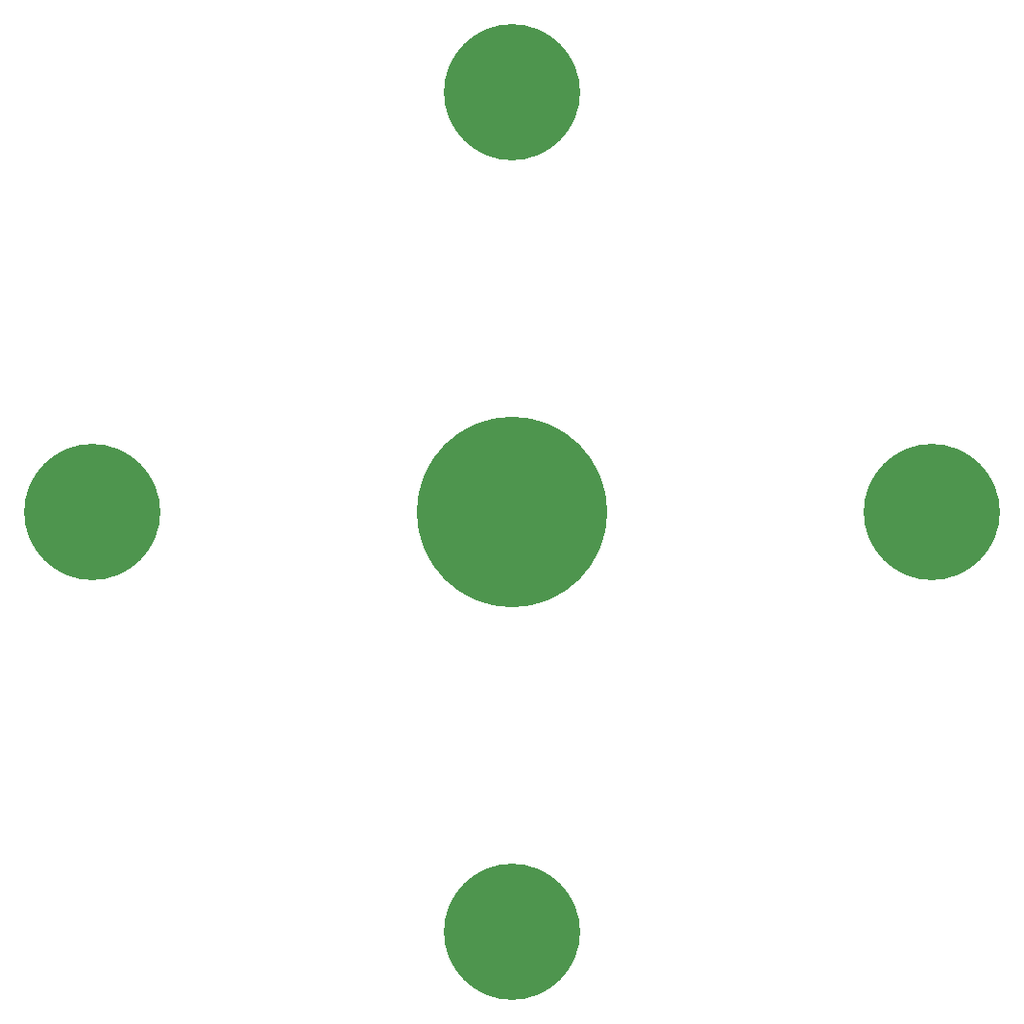
<source format=gbr>
%TF.GenerationSoftware,KiCad,Pcbnew,7.0.5-0*%
%TF.CreationDate,2024-04-09T15:10:57-04:00*%
%TF.ProjectId,quad_sipm,71756164-5f73-4697-906d-2e6b69636164,rev?*%
%TF.SameCoordinates,Original*%
%TF.FileFunction,Soldermask,Bot*%
%TF.FilePolarity,Negative*%
%FSLAX46Y46*%
G04 Gerber Fmt 4.6, Leading zero omitted, Abs format (unit mm)*
G04 Created by KiCad (PCBNEW 7.0.5-0) date 2024-04-09 15:10:57*
%MOMM*%
%LPD*%
G01*
G04 APERTURE LIST*
%ADD10C,16.800000*%
%ADD11C,12.000000*%
G04 APERTURE END LIST*
D10*
%TO.C,H2*%
X100000000Y-100000000D03*
%TD*%
D11*
%TO.C,H3*%
X100000000Y-137000000D03*
%TD*%
%TO.C,H4*%
X137000000Y-100000000D03*
%TD*%
%TO.C,H5*%
X63000000Y-100000000D03*
%TD*%
%TO.C,H1*%
X100000000Y-63000000D03*
%TD*%
M02*

</source>
